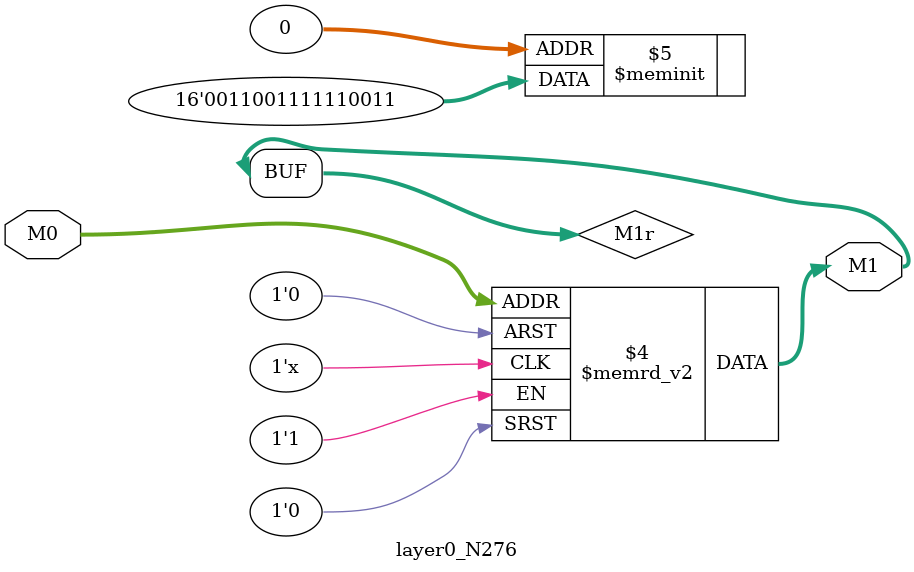
<source format=v>
module layer0_N276 ( input [2:0] M0, output [1:0] M1 );

	(*rom_style = "distributed" *) reg [1:0] M1r;
	assign M1 = M1r;
	always @ (M0) begin
		case (M0)
			3'b000: M1r = 2'b11;
			3'b100: M1r = 2'b11;
			3'b010: M1r = 2'b11;
			3'b110: M1r = 2'b11;
			3'b001: M1r = 2'b00;
			3'b101: M1r = 2'b00;
			3'b011: M1r = 2'b11;
			3'b111: M1r = 2'b00;

		endcase
	end
endmodule

</source>
